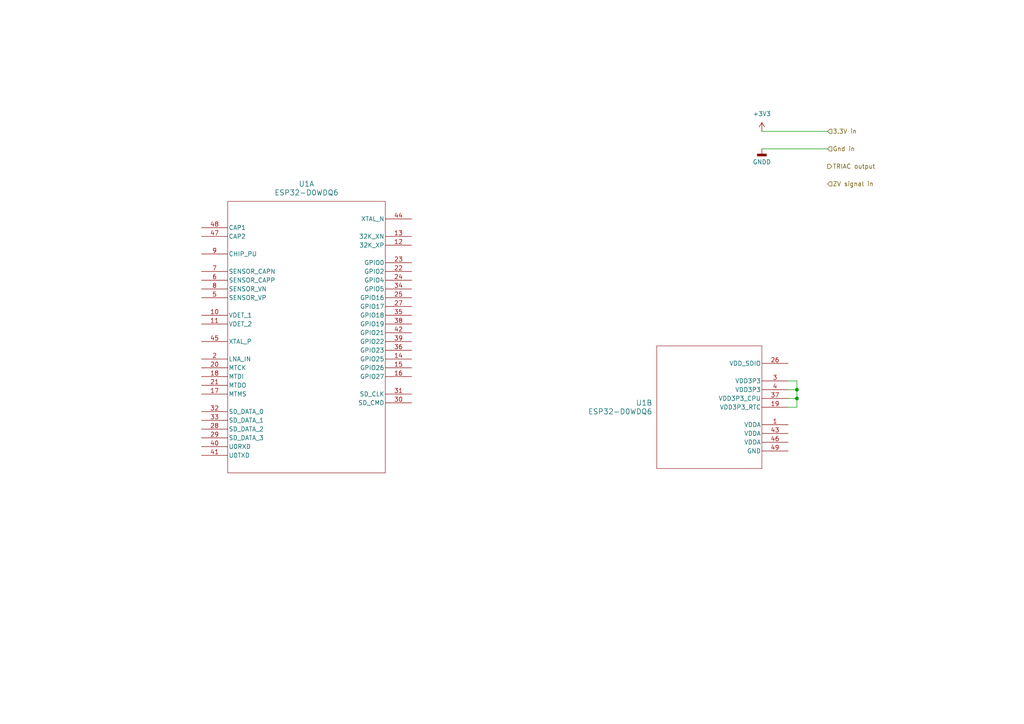
<source format=kicad_sch>
(kicad_sch (version 20230121) (generator eeschema)
  (paper "A4")
  (lib_symbols
    (symbol "2023-07-31_14-21-16:ESP32-D0WDQ6" (pin_names (offset 0.254))
      (property "Reference" "U" (at 30.48 12.7 0))
      (property "Value" "ESP32-D0WDQ6" (at 30.48 10.16 0))
      (symbol "ESP32-D0WDQ6_1_1"
        (polyline (pts (xy 7.62 -71.12) (xy 53.34 -71.12)) (stroke (width 0.127)))
        (polyline (pts (xy 7.62 7.62) (xy 7.62 -71.12)) (stroke (width 0.127)))
        (polyline (pts (xy 53.34 -71.12) (xy 53.34 7.62)) (stroke (width 0.127)))
        (polyline (pts (xy 53.34 7.62) (xy 7.62 7.62)) (stroke (width 0.127)))
        (pin input line (at 0 -25.4 0) (length 7.62) (name "VDET_1") (number "10"))
        (pin input line (at 0 -27.94 0) (length 7.62) (name "VDET_2") (number "11"))
        (pin bidirectional line (at 60.96 -5.08 180) (length 7.62) (name "32K_XP") (number "12"))
        (pin bidirectional line (at 60.96 -2.54 180) (length 7.62) (name "32K_XN") (number "13"))
        (pin bidirectional line (at 60.96 -38.1 180) (length 7.62) (name "GPIO25") (number "14"))
        (pin bidirectional line (at 60.96 -40.64 180) (length 7.62) (name "GPIO26") (number "15"))
        (pin bidirectional line (at 60.96 -43.18 180) (length 7.62) (name "GPIO27") (number "16"))
        (pin unspecified line (at 0 -48.26 0) (length 7.62) (name "MTMS") (number "17"))
        (pin unspecified line (at 0 -43.18 0) (length 7.62) (name "MTDI") (number "18"))
        (pin bidirectional line (at 0 -38.1 0) (length 7.62) (name "LNA_IN") (number "2"))
        (pin bidirectional line (at 0 -40.64 0) (length 7.62) (name "MTCK") (number "20"))
        (pin bidirectional line (at 0 -45.72 0) (length 7.62) (name "MTDO") (number "21"))
        (pin bidirectional line (at 60.96 -12.7 180) (length 7.62) (name "GPIO2") (number "22"))
        (pin bidirectional line (at 60.96 -10.16 180) (length 7.62) (name "GPIO0") (number "23"))
        (pin bidirectional line (at 60.96 -15.24 180) (length 7.62) (name "GPIO4") (number "24"))
        (pin bidirectional line (at 60.96 -20.32 180) (length 7.62) (name "GPIO16") (number "25"))
        (pin bidirectional line (at 60.96 -22.86 180) (length 7.62) (name "GPIO17") (number "27"))
        (pin bidirectional line (at 0 -58.42 0) (length 7.62) (name "SD_DATA_2") (number "28"))
        (pin bidirectional line (at 0 -60.96 0) (length 7.62) (name "SD_DATA_3") (number "29"))
        (pin bidirectional line (at 60.96 -50.8 180) (length 7.62) (name "SD_CMD") (number "30"))
        (pin bidirectional line (at 60.96 -48.26 180) (length 7.62) (name "SD_CLK") (number "31"))
        (pin bidirectional line (at 0 -53.34 0) (length 7.62) (name "SD_DATA_0") (number "32"))
        (pin bidirectional line (at 0 -55.88 0) (length 7.62) (name "SD_DATA_1") (number "33"))
        (pin bidirectional line (at 60.96 -17.78 180) (length 7.62) (name "GPIO5") (number "34"))
        (pin bidirectional line (at 60.96 -25.4 180) (length 7.62) (name "GPIO18") (number "35"))
        (pin bidirectional line (at 60.96 -35.56 180) (length 7.62) (name "GPIO23") (number "36"))
        (pin bidirectional line (at 60.96 -27.94 180) (length 7.62) (name "GPIO19") (number "38"))
        (pin bidirectional line (at 60.96 -33.02 180) (length 7.62) (name "GPIO22") (number "39"))
        (pin bidirectional line (at 0 -63.5 0) (length 7.62) (name "U0RXD") (number "40"))
        (pin bidirectional line (at 0 -66.04 0) (length 7.62) (name "U0TXD") (number "41"))
        (pin bidirectional line (at 60.96 -30.48 180) (length 7.62) (name "GPIO21") (number "42"))
        (pin output line (at 60.96 2.54 180) (length 7.62) (name "XTAL_N") (number "44"))
        (pin input line (at 0 -33.02 0) (length 7.62) (name "XTAL_P") (number "45"))
        (pin input line (at 0 -2.54 0) (length 7.62) (name "CAP2") (number "47"))
        (pin input line (at 0 0 0) (length 7.62) (name "CAP1") (number "48"))
        (pin input line (at 0 -20.32 0) (length 7.62) (name "SENSOR_VP") (number "5"))
        (pin input line (at 0 -15.24 0) (length 7.62) (name "SENSOR_CAPP") (number "6"))
        (pin input line (at 0 -12.7 0) (length 7.62) (name "SENSOR_CAPN") (number "7"))
        (pin input line (at 0 -17.78 0) (length 7.62) (name "SENSOR_VN") (number "8"))
        (pin input line (at 0 -7.62 0) (length 7.62) (name "CHIP_PU") (number "9"))
      )
      (symbol "ESP32-D0WDQ6_2_1"
        (polyline (pts (xy 7.62 -30.48) (xy 38.1 -30.48)) (stroke (width 0.127)))
        (polyline (pts (xy 7.62 5.08) (xy 7.62 -30.48)) (stroke (width 0.127)))
        (polyline (pts (xy 38.1 -30.48) (xy 38.1 5.08)) (stroke (width 0.127)))
        (polyline (pts (xy 38.1 5.08) (xy 7.62 5.08)) (stroke (width 0.127)))
        (pin power_in line (at 0 -17.78 0) (length 7.62) (name "VDDA") (number "1"))
        (pin power_in line (at 0 -12.7 0) (length 7.62) (name "VDD3P3_RTC") (number "19"))
        (pin power_in line (at 0 0 0) (length 7.62) (name "VDD_SDIO") (number "26"))
        (pin power_in line (at 0 -5.08 0) (length 7.62) (name "VDD3P3") (number "3"))
        (pin power_in line (at 0 -10.16 0) (length 7.62) (name "VDD3P3_CPU") (number "37"))
        (pin power_in line (at 0 -7.62 0) (length 7.62) (name "VDD3P3") (number "4"))
        (pin power_in line (at 0 -20.32 0) (length 7.62) (name "VDDA") (number "43"))
        (pin power_in line (at 0 -22.86 0) (length 7.62) (name "VDDA") (number "46"))
        (pin power_out line (at 0 -25.4 0) (length 7.62) (name "GND") (number "49"))
      )
    )
    (symbol "power:+3V3" (power) (pin_names (offset 0))
      (property "Value" "+3V3" (at 0 3.556 0))
      (symbol "+3V3_0_1"
        (polyline (pts (xy -0.762 1.27) (xy 0 2.54)))
        (polyline (pts (xy 0 0) (xy 0 2.54)))
        (polyline (pts (xy 0 2.54) (xy 0.762 1.27)))
      )
      (symbol "+3V3_1_1"
        (pin power_in line (at 0 0 90) (length 0) hide (name "+3V3") (number "1"))
      )
    )
    (symbol "power:GNDD" (power) (pin_names (offset 0))
      (property "Value" "GNDD" (at 0 -3.175 0))
      (symbol "GNDD_0_1"
        (rectangle (start -1.27 -1.524) (end 1.27 -2.032) (stroke (width 0.254)) (fill (type outline)))
        (polyline (pts (xy 0 0) (xy 0 -1.524)))
      )
      (symbol "GNDD_1_1"
        (pin power_in line (at 0 0 270) (length 0) hide (name "GNDD") (number "1"))
      )
    )
  )
  (junction (at 231.14 115.57))
  (junction (at 231.14 113.03))
  (wire (pts (xy 231.14 115.57) (xy 231.14 118.11)))
  (wire (pts (xy 231.14 113.03) (xy 231.14 115.57)))
  (wire (pts (xy 231.14 113.03) (xy 228.6 113.03)))
  (wire (pts (xy 231.14 118.11) (xy 228.6 118.11)))
  (wire (pts (xy 228.6 110.49) (xy 231.14 110.49)))
  (wire (pts (xy 220.98 43.18) (xy 240.03 43.18)))
  (wire (pts (xy 220.98 38.1) (xy 240.03 38.1)))
  (wire (pts (xy 231.14 115.57) (xy 228.6 115.57)))
  (wire (pts (xy 231.14 110.49) (xy 231.14 113.03)))
  (hierarchical_label "Gnd in" (shape input) (at 240.03 43.18 0))
  (hierarchical_label "TRIAC output" (shape output) (at 240.03 48.26 0))
  (hierarchical_label "3.3V in" (shape input) (at 240.03 38.1 0))
  (hierarchical_label "ZV signal in" (shape input) (at 240.03 53.34 0))
  (symbol (lib_id "power:+3V3") (at 220.98 38.1 0) (unit 1)
    (property "Reference" "#PWR05" (effects hide))
    (property "Value" "+3V3" (at 220.98 33.02 0))
  )
  (symbol (lib_id "power:GNDD") (at 220.98 43.18 0) (unit 1)
    (property "Reference" "#PWR04" (effects hide))
    (property "Value" "GNDD" (at 220.98 46.99 0))
  )
  (symbol (lib_id "2023-07-31_14-21-16:ESP32-D0WDQ6") (at 228.6 105.41 0) (mirror y) (unit 2)
    (property "Reference" "U1" (at 189.23 116.84 0) (effects (font (size 1.524 1.524)) (justify left)))
    (property "Value" "ESP32-D0WDQ6" (at 189.23 119.38 0) (effects (font (size 1.524 1.524)) (justify left)))
    (property "Footprint" "Package_DFN_QFN:QFN-48-1EP_6x6mm_P0.4mm_EP4.3x4.3mm_ThermalVias" (effects hide))
    (property "Datasheet" "ESP32-D0WDQ6" (effects hide))
  )
  (symbol (lib_id "2023-07-31_14-21-16:ESP32-D0WDQ6") (at 58.42 66.04 0) (unit 1)
    (property "Reference" "U1" (at 88.9 53.34 0) (effects (font (size 1.524 1.524))))
    (property "Value" "ESP32-D0WDQ6" (at 88.9 55.88 0) (effects (font (size 1.524 1.524))))
    (property "Footprint" "Package_DFN_QFN:QFN-48-1EP_6x6mm_P0.4mm_EP4.3x4.3mm_ThermalVias" (effects hide))
    (property "Datasheet" "ESP32-D0WDQ6" (effects hide))
  )
)
</source>
